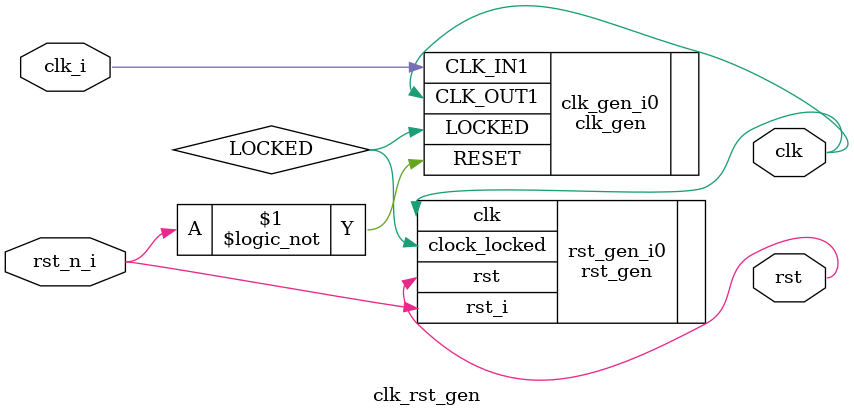
<source format=v>
`timescale 1ns / 1ps
module clk_rst_gen(
    input clk_i,
    input rst_n_i,
    output clk,
    output rst
    );
	 
	 wire LOCKED;

clk_gen clk_gen_i0
   (// Clock in ports
    .CLK_IN1(clk_i),       // IN
    // Clock out ports
    .CLK_OUT1(clk),        // OUT
    // Status and control signals
    .RESET(!rst_n_i),      // IN
    .LOCKED(LOCKED));      // OUT
	 
rst_gen rst_gen_i0 (
    .clk(clk), 
    .rst_i(rst_n_i), 
    .clock_locked(LOCKED), 
    .rst(rst)
    );

endmodule

</source>
